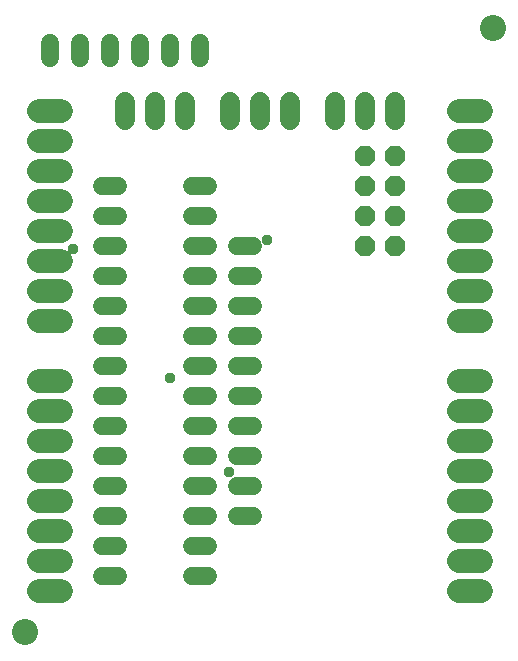
<source format=gbr>
G04 EAGLE Gerber RS-274X export*
G75*
%MOMM*%
%FSLAX34Y34*%
%LPD*%
%INSoldermask Bottom*%
%IPPOS*%
%AMOC8*
5,1,8,0,0,1.08239X$1,22.5*%
G01*
%ADD10C,2.203200*%
%ADD11C,1.727200*%
%ADD12C,1.524000*%
%ADD13C,2.003200*%
%ADD14P,1.869504X8X292.500000*%
%ADD15C,0.959600*%


D10*
X577850Y628650D03*
X182316Y117203D03*
D11*
X266700Y551180D02*
X266700Y566420D01*
X292100Y566420D02*
X292100Y551180D01*
X317500Y551180D02*
X317500Y566420D01*
X355600Y566420D02*
X355600Y551180D01*
X381000Y551180D02*
X381000Y566420D01*
X406400Y566420D02*
X406400Y551180D01*
X444500Y551180D02*
X444500Y566420D01*
X469900Y566420D02*
X469900Y551180D01*
X495300Y551180D02*
X495300Y566420D01*
D12*
X203200Y602996D02*
X203200Y616204D01*
X228600Y616204D02*
X228600Y602996D01*
X254000Y602996D02*
X254000Y616204D01*
X279400Y616204D02*
X279400Y602996D01*
X304800Y602996D02*
X304800Y616204D01*
X330200Y616204D02*
X330200Y602996D01*
X361696Y444500D02*
X374904Y444500D01*
X374904Y419100D02*
X361696Y419100D01*
X361696Y393700D02*
X374904Y393700D01*
X374904Y368300D02*
X361696Y368300D01*
X361696Y342900D02*
X374904Y342900D01*
X374904Y317500D02*
X361696Y317500D01*
X361696Y292100D02*
X374904Y292100D01*
X374904Y266700D02*
X361696Y266700D01*
X361696Y241300D02*
X374904Y241300D01*
X374904Y215900D02*
X361696Y215900D01*
X260604Y495300D02*
X247396Y495300D01*
X247396Y469900D02*
X260604Y469900D01*
X260604Y444500D02*
X247396Y444500D01*
X247396Y419100D02*
X260604Y419100D01*
X260604Y393700D02*
X247396Y393700D01*
X247396Y368300D02*
X260604Y368300D01*
X260604Y342900D02*
X247396Y342900D01*
X247396Y317500D02*
X260604Y317500D01*
X260604Y292100D02*
X247396Y292100D01*
X247396Y266700D02*
X260604Y266700D01*
X260604Y241300D02*
X247396Y241300D01*
X247396Y215900D02*
X260604Y215900D01*
X260604Y190500D02*
X247396Y190500D01*
X247396Y165100D02*
X260604Y165100D01*
X323596Y165100D02*
X336804Y165100D01*
X336804Y190500D02*
X323596Y190500D01*
X323596Y215900D02*
X336804Y215900D01*
X336804Y241300D02*
X323596Y241300D01*
X323596Y266700D02*
X336804Y266700D01*
X336804Y292100D02*
X323596Y292100D01*
X323596Y317500D02*
X336804Y317500D01*
X336804Y342900D02*
X323596Y342900D01*
X323596Y368300D02*
X336804Y368300D01*
X336804Y393700D02*
X323596Y393700D01*
X323596Y419100D02*
X336804Y419100D01*
X336804Y444500D02*
X323596Y444500D01*
X323596Y469900D02*
X336804Y469900D01*
X336804Y495300D02*
X323596Y495300D01*
D13*
X212200Y558800D02*
X194200Y558800D01*
X194200Y533400D02*
X212200Y533400D01*
X212200Y508000D02*
X194200Y508000D01*
X194200Y482600D02*
X212200Y482600D01*
X212200Y457200D02*
X194200Y457200D01*
X194200Y431800D02*
X212200Y431800D01*
X212200Y406400D02*
X194200Y406400D01*
X194200Y381000D02*
X212200Y381000D01*
X212200Y330200D02*
X194200Y330200D01*
X194200Y304800D02*
X212200Y304800D01*
X212200Y279400D02*
X194200Y279400D01*
X194200Y254000D02*
X212200Y254000D01*
X212200Y228600D02*
X194200Y228600D01*
X194200Y203200D02*
X212200Y203200D01*
X212200Y177800D02*
X194200Y177800D01*
X194200Y152400D02*
X212200Y152400D01*
X549800Y558800D02*
X567800Y558800D01*
X567800Y533400D02*
X549800Y533400D01*
X549800Y508000D02*
X567800Y508000D01*
X567800Y482600D02*
X549800Y482600D01*
X549800Y457200D02*
X567800Y457200D01*
X567800Y431800D02*
X549800Y431800D01*
X549800Y406400D02*
X567800Y406400D01*
X567800Y381000D02*
X549800Y381000D01*
X549800Y228600D02*
X567800Y228600D01*
X567800Y203200D02*
X549800Y203200D01*
X549800Y177800D02*
X567800Y177800D01*
X567800Y152400D02*
X549800Y152400D01*
X549800Y330200D02*
X567800Y330200D01*
X567800Y304800D02*
X549800Y304800D01*
X549800Y279400D02*
X567800Y279400D01*
X567800Y254000D02*
X549800Y254000D01*
D14*
X469900Y520700D03*
X469900Y495300D03*
X469900Y469900D03*
X469900Y444500D03*
X495300Y520700D03*
X495300Y495300D03*
X495300Y469900D03*
X495300Y444500D03*
D15*
X355092Y252984D03*
X304800Y332232D03*
X387096Y449580D03*
X222504Y441960D03*
M02*

</source>
